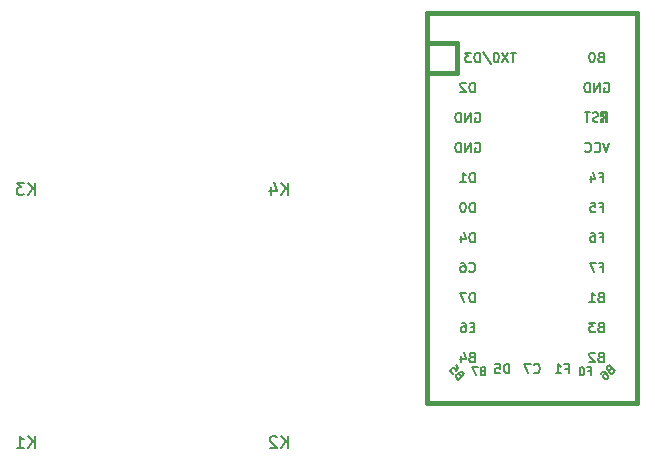
<source format=gbr>
%TF.GenerationSoftware,KiCad,Pcbnew,(5.1.9)-1*%
%TF.CreationDate,2021-02-14T16:54:30-05:00*%
%TF.ProjectId,keeb,6b656562-2e6b-4696-9361-645f70636258,rev?*%
%TF.SameCoordinates,Original*%
%TF.FileFunction,Legend,Bot*%
%TF.FilePolarity,Positive*%
%FSLAX46Y46*%
G04 Gerber Fmt 4.6, Leading zero omitted, Abs format (unit mm)*
G04 Created by KiCad (PCBNEW (5.1.9)-1) date 2021-02-14 16:54:30*
%MOMM*%
%LPD*%
G01*
G04 APERTURE LIST*
%ADD10C,0.381000*%
%ADD11C,0.150000*%
%ADD12C,0.200000*%
G04 APERTURE END LIST*
D10*
%TO.C,U1*%
X138906250Y-125412500D02*
X136366250Y-125412500D01*
X138906250Y-122872500D02*
X138906250Y-125412500D01*
D11*
G36*
X151300885Y-129161530D02*
G01*
X151300885Y-129261530D01*
X151400885Y-129261530D01*
X151400885Y-129161530D01*
X151300885Y-129161530D01*
G37*
X151300885Y-129161530D02*
X151300885Y-129261530D01*
X151400885Y-129261530D01*
X151400885Y-129161530D01*
X151300885Y-129161530D01*
G36*
X151500885Y-128761530D02*
G01*
X151500885Y-129561530D01*
X151600885Y-129561530D01*
X151600885Y-128761530D01*
X151500885Y-128761530D01*
G37*
X151500885Y-128761530D02*
X151500885Y-129561530D01*
X151600885Y-129561530D01*
X151600885Y-128761530D01*
X151500885Y-128761530D01*
G36*
X151100885Y-129361530D02*
G01*
X151100885Y-129561530D01*
X151200885Y-129561530D01*
X151200885Y-129361530D01*
X151100885Y-129361530D01*
G37*
X151100885Y-129361530D02*
X151100885Y-129561530D01*
X151200885Y-129561530D01*
X151200885Y-129361530D01*
X151100885Y-129361530D01*
G36*
X151100885Y-128761530D02*
G01*
X151100885Y-129061530D01*
X151200885Y-129061530D01*
X151200885Y-128761530D01*
X151100885Y-128761530D01*
G37*
X151100885Y-128761530D02*
X151100885Y-129061530D01*
X151200885Y-129061530D01*
X151200885Y-128761530D01*
X151100885Y-128761530D01*
G36*
X151100885Y-128761530D02*
G01*
X151100885Y-128861530D01*
X151600885Y-128861530D01*
X151600885Y-128761530D01*
X151100885Y-128761530D01*
G37*
X151100885Y-128761530D02*
X151100885Y-128861530D01*
X151600885Y-128861530D01*
X151600885Y-128761530D01*
X151100885Y-128761530D01*
D10*
X154146250Y-153352500D02*
X154146250Y-120332500D01*
X136366250Y-153352500D02*
X154146250Y-153352500D01*
X136366250Y-120332500D02*
X136366250Y-153352500D01*
X154146250Y-120332500D02*
X136366250Y-120332500D01*
X138906250Y-122872500D02*
X136366250Y-122872500D01*
%TO.C,K1*%
D12*
X103131845Y-157170380D02*
X103131845Y-156170380D01*
X102560416Y-157170380D02*
X102988988Y-156598952D01*
X102560416Y-156170380D02*
X103131845Y-156741809D01*
X101608035Y-157170380D02*
X102179464Y-157170380D01*
X101893750Y-157170380D02*
X101893750Y-156170380D01*
X101988988Y-156313238D01*
X102084226Y-156408476D01*
X102179464Y-156456095D01*
%TO.C,K2*%
X124563095Y-157170380D02*
X124563095Y-156170380D01*
X123991666Y-157170380D02*
X124420238Y-156598952D01*
X123991666Y-156170380D02*
X124563095Y-156741809D01*
X123610714Y-156265619D02*
X123563095Y-156218000D01*
X123467857Y-156170380D01*
X123229761Y-156170380D01*
X123134523Y-156218000D01*
X123086904Y-156265619D01*
X123039285Y-156360857D01*
X123039285Y-156456095D01*
X123086904Y-156598952D01*
X123658333Y-157170380D01*
X123039285Y-157170380D01*
%TO.C,K3*%
X103131845Y-135739130D02*
X103131845Y-134739130D01*
X102560416Y-135739130D02*
X102988988Y-135167702D01*
X102560416Y-134739130D02*
X103131845Y-135310559D01*
X102227083Y-134739130D02*
X101608035Y-134739130D01*
X101941369Y-135120083D01*
X101798511Y-135120083D01*
X101703273Y-135167702D01*
X101655654Y-135215321D01*
X101608035Y-135310559D01*
X101608035Y-135548654D01*
X101655654Y-135643892D01*
X101703273Y-135691511D01*
X101798511Y-135739130D01*
X102084226Y-135739130D01*
X102179464Y-135691511D01*
X102227083Y-135643892D01*
%TO.C,K4*%
X124563095Y-135739130D02*
X124563095Y-134739130D01*
X123991666Y-135739130D02*
X124420238Y-135167702D01*
X123991666Y-134739130D02*
X124563095Y-135310559D01*
X123134523Y-135072464D02*
X123134523Y-135739130D01*
X123372619Y-134691511D02*
X123610714Y-135405797D01*
X122991666Y-135405797D01*
%TO.C,U1*%
D11*
X140385726Y-127044404D02*
X140385726Y-126244404D01*
X140195250Y-126244404D01*
X140080964Y-126282500D01*
X140004773Y-126358690D01*
X139966678Y-126434880D01*
X139928583Y-126587261D01*
X139928583Y-126701547D01*
X139966678Y-126853928D01*
X140004773Y-126930119D01*
X140080964Y-127006309D01*
X140195250Y-127044404D01*
X140385726Y-127044404D01*
X139623821Y-126320595D02*
X139585726Y-126282500D01*
X139509535Y-126244404D01*
X139319059Y-126244404D01*
X139242869Y-126282500D01*
X139204773Y-126320595D01*
X139166678Y-126396785D01*
X139166678Y-126472976D01*
X139204773Y-126587261D01*
X139661916Y-127044404D01*
X139166678Y-127044404D01*
X140385726Y-137204404D02*
X140385726Y-136404404D01*
X140195250Y-136404404D01*
X140080964Y-136442500D01*
X140004773Y-136518690D01*
X139966678Y-136594880D01*
X139928583Y-136747261D01*
X139928583Y-136861547D01*
X139966678Y-137013928D01*
X140004773Y-137090119D01*
X140080964Y-137166309D01*
X140195250Y-137204404D01*
X140385726Y-137204404D01*
X139433345Y-136404404D02*
X139357154Y-136404404D01*
X139280964Y-136442500D01*
X139242869Y-136480595D01*
X139204773Y-136556785D01*
X139166678Y-136709166D01*
X139166678Y-136899642D01*
X139204773Y-137052023D01*
X139242869Y-137128214D01*
X139280964Y-137166309D01*
X139357154Y-137204404D01*
X139433345Y-137204404D01*
X139509535Y-137166309D01*
X139547630Y-137128214D01*
X139585726Y-137052023D01*
X139623821Y-136899642D01*
X139623821Y-136709166D01*
X139585726Y-136556785D01*
X139547630Y-136480595D01*
X139509535Y-136442500D01*
X139433345Y-136404404D01*
X140385726Y-134664404D02*
X140385726Y-133864404D01*
X140195250Y-133864404D01*
X140080964Y-133902500D01*
X140004773Y-133978690D01*
X139966678Y-134054880D01*
X139928583Y-134207261D01*
X139928583Y-134321547D01*
X139966678Y-134473928D01*
X140004773Y-134550119D01*
X140080964Y-134626309D01*
X140195250Y-134664404D01*
X140385726Y-134664404D01*
X139166678Y-134664404D02*
X139623821Y-134664404D01*
X139395250Y-134664404D02*
X139395250Y-133864404D01*
X139471440Y-133978690D01*
X139547630Y-134054880D01*
X139623821Y-134092976D01*
X140404773Y-131362500D02*
X140480964Y-131324404D01*
X140595250Y-131324404D01*
X140709535Y-131362500D01*
X140785726Y-131438690D01*
X140823821Y-131514880D01*
X140861916Y-131667261D01*
X140861916Y-131781547D01*
X140823821Y-131933928D01*
X140785726Y-132010119D01*
X140709535Y-132086309D01*
X140595250Y-132124404D01*
X140519059Y-132124404D01*
X140404773Y-132086309D01*
X140366678Y-132048214D01*
X140366678Y-131781547D01*
X140519059Y-131781547D01*
X140023821Y-132124404D02*
X140023821Y-131324404D01*
X139566678Y-132124404D01*
X139566678Y-131324404D01*
X139185726Y-132124404D02*
X139185726Y-131324404D01*
X138995250Y-131324404D01*
X138880964Y-131362500D01*
X138804773Y-131438690D01*
X138766678Y-131514880D01*
X138728583Y-131667261D01*
X138728583Y-131781547D01*
X138766678Y-131933928D01*
X138804773Y-132010119D01*
X138880964Y-132086309D01*
X138995250Y-132124404D01*
X139185726Y-132124404D01*
X140404773Y-128822500D02*
X140480964Y-128784404D01*
X140595250Y-128784404D01*
X140709535Y-128822500D01*
X140785726Y-128898690D01*
X140823821Y-128974880D01*
X140861916Y-129127261D01*
X140861916Y-129241547D01*
X140823821Y-129393928D01*
X140785726Y-129470119D01*
X140709535Y-129546309D01*
X140595250Y-129584404D01*
X140519059Y-129584404D01*
X140404773Y-129546309D01*
X140366678Y-129508214D01*
X140366678Y-129241547D01*
X140519059Y-129241547D01*
X140023821Y-129584404D02*
X140023821Y-128784404D01*
X139566678Y-129584404D01*
X139566678Y-128784404D01*
X139185726Y-129584404D02*
X139185726Y-128784404D01*
X138995250Y-128784404D01*
X138880964Y-128822500D01*
X138804773Y-128898690D01*
X138766678Y-128974880D01*
X138728583Y-129127261D01*
X138728583Y-129241547D01*
X138766678Y-129393928D01*
X138804773Y-129470119D01*
X138880964Y-129546309D01*
X138995250Y-129584404D01*
X139185726Y-129584404D01*
X140385726Y-139744404D02*
X140385726Y-138944404D01*
X140195250Y-138944404D01*
X140080964Y-138982500D01*
X140004773Y-139058690D01*
X139966678Y-139134880D01*
X139928583Y-139287261D01*
X139928583Y-139401547D01*
X139966678Y-139553928D01*
X140004773Y-139630119D01*
X140080964Y-139706309D01*
X140195250Y-139744404D01*
X140385726Y-139744404D01*
X139242869Y-139211071D02*
X139242869Y-139744404D01*
X139433345Y-138906309D02*
X139623821Y-139477738D01*
X139128583Y-139477738D01*
X139928583Y-142208214D02*
X139966678Y-142246309D01*
X140080964Y-142284404D01*
X140157154Y-142284404D01*
X140271440Y-142246309D01*
X140347630Y-142170119D01*
X140385726Y-142093928D01*
X140423821Y-141941547D01*
X140423821Y-141827261D01*
X140385726Y-141674880D01*
X140347630Y-141598690D01*
X140271440Y-141522500D01*
X140157154Y-141484404D01*
X140080964Y-141484404D01*
X139966678Y-141522500D01*
X139928583Y-141560595D01*
X139242869Y-141484404D02*
X139395250Y-141484404D01*
X139471440Y-141522500D01*
X139509535Y-141560595D01*
X139585726Y-141674880D01*
X139623821Y-141827261D01*
X139623821Y-142132023D01*
X139585726Y-142208214D01*
X139547630Y-142246309D01*
X139471440Y-142284404D01*
X139319059Y-142284404D01*
X139242869Y-142246309D01*
X139204773Y-142208214D01*
X139166678Y-142132023D01*
X139166678Y-141941547D01*
X139204773Y-141865357D01*
X139242869Y-141827261D01*
X139319059Y-141789166D01*
X139471440Y-141789166D01*
X139547630Y-141827261D01*
X139585726Y-141865357D01*
X139623821Y-141941547D01*
X140385726Y-144824404D02*
X140385726Y-144024404D01*
X140195250Y-144024404D01*
X140080964Y-144062500D01*
X140004773Y-144138690D01*
X139966678Y-144214880D01*
X139928583Y-144367261D01*
X139928583Y-144481547D01*
X139966678Y-144633928D01*
X140004773Y-144710119D01*
X140080964Y-144786309D01*
X140195250Y-144824404D01*
X140385726Y-144824404D01*
X139661916Y-144024404D02*
X139128583Y-144024404D01*
X139471440Y-144824404D01*
X140347630Y-146945357D02*
X140080964Y-146945357D01*
X139966678Y-147364404D02*
X140347630Y-147364404D01*
X140347630Y-146564404D01*
X139966678Y-146564404D01*
X139280964Y-146564404D02*
X139433345Y-146564404D01*
X139509535Y-146602500D01*
X139547630Y-146640595D01*
X139623821Y-146754880D01*
X139661916Y-146907261D01*
X139661916Y-147212023D01*
X139623821Y-147288214D01*
X139585726Y-147326309D01*
X139509535Y-147364404D01*
X139357154Y-147364404D01*
X139280964Y-147326309D01*
X139242869Y-147288214D01*
X139204773Y-147212023D01*
X139204773Y-147021547D01*
X139242869Y-146945357D01*
X139280964Y-146907261D01*
X139357154Y-146869166D01*
X139509535Y-146869166D01*
X139585726Y-146907261D01*
X139623821Y-146945357D01*
X139661916Y-147021547D01*
X140119059Y-149485357D02*
X140004773Y-149523452D01*
X139966678Y-149561547D01*
X139928583Y-149637738D01*
X139928583Y-149752023D01*
X139966678Y-149828214D01*
X140004773Y-149866309D01*
X140080964Y-149904404D01*
X140385726Y-149904404D01*
X140385726Y-149104404D01*
X140119059Y-149104404D01*
X140042869Y-149142500D01*
X140004773Y-149180595D01*
X139966678Y-149256785D01*
X139966678Y-149332976D01*
X140004773Y-149409166D01*
X140042869Y-149447261D01*
X140119059Y-149485357D01*
X140385726Y-149485357D01*
X139242869Y-149371071D02*
X139242869Y-149904404D01*
X139433345Y-149066309D02*
X139623821Y-149637738D01*
X139128583Y-149637738D01*
X139091952Y-150977491D02*
X138997671Y-150930351D01*
X138950530Y-150930351D01*
X138879820Y-150953921D01*
X138809109Y-151024632D01*
X138785539Y-151095342D01*
X138785539Y-151142483D01*
X138809109Y-151213193D01*
X138997671Y-151401755D01*
X139492646Y-150906780D01*
X139327654Y-150741789D01*
X139256943Y-150718219D01*
X139209803Y-150718219D01*
X139139092Y-150741789D01*
X139091952Y-150788929D01*
X139068382Y-150859640D01*
X139068382Y-150906780D01*
X139091952Y-150977491D01*
X139256943Y-151142483D01*
X138761969Y-150176103D02*
X138997671Y-150411806D01*
X138785539Y-150671078D01*
X138785539Y-150623938D01*
X138761969Y-150553227D01*
X138644117Y-150435376D01*
X138573407Y-150411806D01*
X138526266Y-150411806D01*
X138455556Y-150435376D01*
X138337705Y-150553227D01*
X138314134Y-150623938D01*
X138314134Y-150671078D01*
X138337705Y-150741789D01*
X138455556Y-150859640D01*
X138526266Y-150883210D01*
X138573407Y-150883210D01*
X151041059Y-146945357D02*
X150926773Y-146983452D01*
X150888678Y-147021547D01*
X150850583Y-147097738D01*
X150850583Y-147212023D01*
X150888678Y-147288214D01*
X150926773Y-147326309D01*
X151002964Y-147364404D01*
X151307726Y-147364404D01*
X151307726Y-146564404D01*
X151041059Y-146564404D01*
X150964869Y-146602500D01*
X150926773Y-146640595D01*
X150888678Y-146716785D01*
X150888678Y-146792976D01*
X150926773Y-146869166D01*
X150964869Y-146907261D01*
X151041059Y-146945357D01*
X151307726Y-146945357D01*
X150583916Y-146564404D02*
X150088678Y-146564404D01*
X150355345Y-146869166D01*
X150241059Y-146869166D01*
X150164869Y-146907261D01*
X150126773Y-146945357D01*
X150088678Y-147021547D01*
X150088678Y-147212023D01*
X150126773Y-147288214D01*
X150164869Y-147326309D01*
X150241059Y-147364404D01*
X150469630Y-147364404D01*
X150545821Y-147326309D01*
X150583916Y-147288214D01*
X151041059Y-144405357D02*
X150926773Y-144443452D01*
X150888678Y-144481547D01*
X150850583Y-144557738D01*
X150850583Y-144672023D01*
X150888678Y-144748214D01*
X150926773Y-144786309D01*
X151002964Y-144824404D01*
X151307726Y-144824404D01*
X151307726Y-144024404D01*
X151041059Y-144024404D01*
X150964869Y-144062500D01*
X150926773Y-144100595D01*
X150888678Y-144176785D01*
X150888678Y-144252976D01*
X150926773Y-144329166D01*
X150964869Y-144367261D01*
X151041059Y-144405357D01*
X151307726Y-144405357D01*
X150088678Y-144824404D02*
X150545821Y-144824404D01*
X150317250Y-144824404D02*
X150317250Y-144024404D01*
X150393440Y-144138690D01*
X150469630Y-144214880D01*
X150545821Y-144252976D01*
X150983916Y-134245357D02*
X151250583Y-134245357D01*
X151250583Y-134664404D02*
X151250583Y-133864404D01*
X150869630Y-133864404D01*
X150222011Y-134131071D02*
X150222011Y-134664404D01*
X150412488Y-133826309D02*
X150602964Y-134397738D01*
X150107726Y-134397738D01*
X151783916Y-131324404D02*
X151517250Y-132124404D01*
X151250583Y-131324404D01*
X150526773Y-132048214D02*
X150564869Y-132086309D01*
X150679154Y-132124404D01*
X150755345Y-132124404D01*
X150869630Y-132086309D01*
X150945821Y-132010119D01*
X150983916Y-131933928D01*
X151022011Y-131781547D01*
X151022011Y-131667261D01*
X150983916Y-131514880D01*
X150945821Y-131438690D01*
X150869630Y-131362500D01*
X150755345Y-131324404D01*
X150679154Y-131324404D01*
X150564869Y-131362500D01*
X150526773Y-131400595D01*
X149726773Y-132048214D02*
X149764869Y-132086309D01*
X149879154Y-132124404D01*
X149955345Y-132124404D01*
X150069630Y-132086309D01*
X150145821Y-132010119D01*
X150183916Y-131933928D01*
X150222011Y-131781547D01*
X150222011Y-131667261D01*
X150183916Y-131514880D01*
X150145821Y-131438690D01*
X150069630Y-131362500D01*
X149955345Y-131324404D01*
X149879154Y-131324404D01*
X149764869Y-131362500D01*
X149726773Y-131400595D01*
X151326773Y-126282500D02*
X151402964Y-126244404D01*
X151517250Y-126244404D01*
X151631535Y-126282500D01*
X151707726Y-126358690D01*
X151745821Y-126434880D01*
X151783916Y-126587261D01*
X151783916Y-126701547D01*
X151745821Y-126853928D01*
X151707726Y-126930119D01*
X151631535Y-127006309D01*
X151517250Y-127044404D01*
X151441059Y-127044404D01*
X151326773Y-127006309D01*
X151288678Y-126968214D01*
X151288678Y-126701547D01*
X151441059Y-126701547D01*
X150945821Y-127044404D02*
X150945821Y-126244404D01*
X150488678Y-127044404D01*
X150488678Y-126244404D01*
X150107726Y-127044404D02*
X150107726Y-126244404D01*
X149917250Y-126244404D01*
X149802964Y-126282500D01*
X149726773Y-126358690D01*
X149688678Y-126434880D01*
X149650583Y-126587261D01*
X149650583Y-126701547D01*
X149688678Y-126853928D01*
X149726773Y-126930119D01*
X149802964Y-127006309D01*
X149917250Y-127044404D01*
X150107726Y-127044404D01*
X151041059Y-124085357D02*
X150926773Y-124123452D01*
X150888678Y-124161547D01*
X150850583Y-124237738D01*
X150850583Y-124352023D01*
X150888678Y-124428214D01*
X150926773Y-124466309D01*
X151002964Y-124504404D01*
X151307726Y-124504404D01*
X151307726Y-123704404D01*
X151041059Y-123704404D01*
X150964869Y-123742500D01*
X150926773Y-123780595D01*
X150888678Y-123856785D01*
X150888678Y-123932976D01*
X150926773Y-124009166D01*
X150964869Y-124047261D01*
X151041059Y-124085357D01*
X151307726Y-124085357D01*
X150355345Y-123704404D02*
X150279154Y-123704404D01*
X150202964Y-123742500D01*
X150164869Y-123780595D01*
X150126773Y-123856785D01*
X150088678Y-124009166D01*
X150088678Y-124199642D01*
X150126773Y-124352023D01*
X150164869Y-124428214D01*
X150202964Y-124466309D01*
X150279154Y-124504404D01*
X150355345Y-124504404D01*
X150431535Y-124466309D01*
X150469630Y-124428214D01*
X150507726Y-124352023D01*
X150545821Y-124199642D01*
X150545821Y-124009166D01*
X150507726Y-123856785D01*
X150469630Y-123780595D01*
X150431535Y-123742500D01*
X150355345Y-123704404D01*
X150983916Y-136785357D02*
X151250583Y-136785357D01*
X151250583Y-137204404D02*
X151250583Y-136404404D01*
X150869630Y-136404404D01*
X150183916Y-136404404D02*
X150564869Y-136404404D01*
X150602964Y-136785357D01*
X150564869Y-136747261D01*
X150488678Y-136709166D01*
X150298202Y-136709166D01*
X150222011Y-136747261D01*
X150183916Y-136785357D01*
X150145821Y-136861547D01*
X150145821Y-137052023D01*
X150183916Y-137128214D01*
X150222011Y-137166309D01*
X150298202Y-137204404D01*
X150488678Y-137204404D01*
X150564869Y-137166309D01*
X150602964Y-137128214D01*
X150983916Y-139325357D02*
X151250583Y-139325357D01*
X151250583Y-139744404D02*
X151250583Y-138944404D01*
X150869630Y-138944404D01*
X150222011Y-138944404D02*
X150374392Y-138944404D01*
X150450583Y-138982500D01*
X150488678Y-139020595D01*
X150564869Y-139134880D01*
X150602964Y-139287261D01*
X150602964Y-139592023D01*
X150564869Y-139668214D01*
X150526773Y-139706309D01*
X150450583Y-139744404D01*
X150298202Y-139744404D01*
X150222011Y-139706309D01*
X150183916Y-139668214D01*
X150145821Y-139592023D01*
X150145821Y-139401547D01*
X150183916Y-139325357D01*
X150222011Y-139287261D01*
X150298202Y-139249166D01*
X150450583Y-139249166D01*
X150526773Y-139287261D01*
X150564869Y-139325357D01*
X150602964Y-139401547D01*
X150983916Y-141865357D02*
X151250583Y-141865357D01*
X151250583Y-142284404D02*
X151250583Y-141484404D01*
X150869630Y-141484404D01*
X150641059Y-141484404D02*
X150107726Y-141484404D01*
X150450583Y-142284404D01*
X151041059Y-149485357D02*
X150926773Y-149523452D01*
X150888678Y-149561547D01*
X150850583Y-149637738D01*
X150850583Y-149752023D01*
X150888678Y-149828214D01*
X150926773Y-149866309D01*
X151002964Y-149904404D01*
X151307726Y-149904404D01*
X151307726Y-149104404D01*
X151041059Y-149104404D01*
X150964869Y-149142500D01*
X150926773Y-149180595D01*
X150888678Y-149256785D01*
X150888678Y-149332976D01*
X150926773Y-149409166D01*
X150964869Y-149447261D01*
X151041059Y-149485357D01*
X151307726Y-149485357D01*
X150545821Y-149180595D02*
X150507726Y-149142500D01*
X150431535Y-149104404D01*
X150241059Y-149104404D01*
X150164869Y-149142500D01*
X150126773Y-149180595D01*
X150088678Y-149256785D01*
X150088678Y-149332976D01*
X150126773Y-149447261D01*
X150583916Y-149904404D01*
X150088678Y-149904404D01*
X143874854Y-123704404D02*
X143417711Y-123704404D01*
X143646282Y-124504404D02*
X143646282Y-123704404D01*
X143227235Y-123704404D02*
X142693901Y-124504404D01*
X142693901Y-123704404D02*
X143227235Y-124504404D01*
X142236758Y-123704404D02*
X142160568Y-123704404D01*
X142084378Y-123742500D01*
X142046282Y-123780595D01*
X142008187Y-123856785D01*
X141970092Y-124009166D01*
X141970092Y-124199642D01*
X142008187Y-124352023D01*
X142046282Y-124428214D01*
X142084378Y-124466309D01*
X142160568Y-124504404D01*
X142236758Y-124504404D01*
X142312949Y-124466309D01*
X142351044Y-124428214D01*
X142389139Y-124352023D01*
X142427235Y-124199642D01*
X142427235Y-124009166D01*
X142389139Y-123856785D01*
X142351044Y-123780595D01*
X142312949Y-123742500D01*
X142236758Y-123704404D01*
X141055806Y-123666309D02*
X141741520Y-124694880D01*
X140789139Y-124504404D02*
X140789139Y-123704404D01*
X140598663Y-123704404D01*
X140484378Y-123742500D01*
X140408187Y-123818690D01*
X140370092Y-123894880D01*
X140331997Y-124047261D01*
X140331997Y-124161547D01*
X140370092Y-124313928D01*
X140408187Y-124390119D01*
X140484378Y-124466309D01*
X140598663Y-124504404D01*
X140789139Y-124504404D01*
X140065330Y-123704404D02*
X139570092Y-123704404D01*
X139836758Y-124009166D01*
X139722473Y-124009166D01*
X139646282Y-124047261D01*
X139608187Y-124085357D01*
X139570092Y-124161547D01*
X139570092Y-124352023D01*
X139608187Y-124428214D01*
X139646282Y-124466309D01*
X139722473Y-124504404D01*
X139951044Y-124504404D01*
X140027235Y-124466309D01*
X140065330Y-124428214D01*
X150829583Y-129526309D02*
X150715297Y-129564404D01*
X150524821Y-129564404D01*
X150448630Y-129526309D01*
X150410535Y-129488214D01*
X150372440Y-129412023D01*
X150372440Y-129335833D01*
X150410535Y-129259642D01*
X150448630Y-129221547D01*
X150524821Y-129183452D01*
X150677202Y-129145357D01*
X150753392Y-129107261D01*
X150791488Y-129069166D01*
X150829583Y-128992976D01*
X150829583Y-128916785D01*
X150791488Y-128840595D01*
X150753392Y-128802500D01*
X150677202Y-128764404D01*
X150486726Y-128764404D01*
X150372440Y-128802500D01*
X150143869Y-128764404D02*
X149686726Y-128764404D01*
X149915297Y-129564404D02*
X149915297Y-128764404D01*
X141039583Y-150662500D02*
X140939583Y-150695833D01*
X140906250Y-150729166D01*
X140872916Y-150795833D01*
X140872916Y-150895833D01*
X140906250Y-150962500D01*
X140939583Y-150995833D01*
X141006250Y-151029166D01*
X141272916Y-151029166D01*
X141272916Y-150329166D01*
X141039583Y-150329166D01*
X140972916Y-150362500D01*
X140939583Y-150395833D01*
X140906250Y-150462500D01*
X140906250Y-150529166D01*
X140939583Y-150595833D01*
X140972916Y-150629166D01*
X141039583Y-150662500D01*
X141272916Y-150662500D01*
X140639583Y-150329166D02*
X140172916Y-150329166D01*
X140472916Y-151029166D01*
X149989583Y-150662500D02*
X150222916Y-150662500D01*
X150222916Y-151029166D02*
X150222916Y-150329166D01*
X149889583Y-150329166D01*
X149489583Y-150329166D02*
X149422916Y-150329166D01*
X149356250Y-150362500D01*
X149322916Y-150395833D01*
X149289583Y-150462500D01*
X149256250Y-150595833D01*
X149256250Y-150762500D01*
X149289583Y-150895833D01*
X149322916Y-150962500D01*
X149356250Y-150995833D01*
X149422916Y-151029166D01*
X149489583Y-151029166D01*
X149556250Y-150995833D01*
X149589583Y-150962500D01*
X149622916Y-150895833D01*
X149656250Y-150762500D01*
X149656250Y-150595833D01*
X149622916Y-150462500D01*
X149589583Y-150395833D01*
X149556250Y-150362500D01*
X149489583Y-150329166D01*
X151821241Y-150576797D02*
X151774101Y-150671078D01*
X151774101Y-150718219D01*
X151797671Y-150788929D01*
X151868382Y-150859640D01*
X151939092Y-150883210D01*
X151986233Y-150883210D01*
X152056943Y-150859640D01*
X152245505Y-150671078D01*
X151750530Y-150176103D01*
X151585539Y-150341095D01*
X151561969Y-150411806D01*
X151561969Y-150458946D01*
X151585539Y-150529657D01*
X151632679Y-150576797D01*
X151703390Y-150600367D01*
X151750530Y-150600367D01*
X151821241Y-150576797D01*
X151986233Y-150411806D01*
X151043424Y-150883210D02*
X151137705Y-150788929D01*
X151208415Y-150765359D01*
X151255556Y-150765359D01*
X151373407Y-150788929D01*
X151491258Y-150859640D01*
X151679820Y-151048202D01*
X151703390Y-151118912D01*
X151703390Y-151166053D01*
X151679820Y-151236764D01*
X151585539Y-151331044D01*
X151514828Y-151354615D01*
X151467688Y-151354615D01*
X151396977Y-151331044D01*
X151279126Y-151213193D01*
X151255556Y-151142483D01*
X151255556Y-151095342D01*
X151279126Y-151024632D01*
X151373407Y-150930351D01*
X151444117Y-150906780D01*
X151491258Y-150906780D01*
X151561969Y-150930351D01*
X145389583Y-150798214D02*
X145427678Y-150836309D01*
X145541964Y-150874404D01*
X145618154Y-150874404D01*
X145732440Y-150836309D01*
X145808630Y-150760119D01*
X145846726Y-150683928D01*
X145884821Y-150531547D01*
X145884821Y-150417261D01*
X145846726Y-150264880D01*
X145808630Y-150188690D01*
X145732440Y-150112500D01*
X145618154Y-150074404D01*
X145541964Y-150074404D01*
X145427678Y-150112500D01*
X145389583Y-150150595D01*
X145122916Y-150074404D02*
X144589583Y-150074404D01*
X144932440Y-150874404D01*
X148062916Y-150455357D02*
X148329583Y-150455357D01*
X148329583Y-150874404D02*
X148329583Y-150074404D01*
X147948630Y-150074404D01*
X147224821Y-150874404D02*
X147681964Y-150874404D01*
X147453392Y-150874404D02*
X147453392Y-150074404D01*
X147529583Y-150188690D01*
X147605773Y-150264880D01*
X147681964Y-150302976D01*
X143306726Y-150874404D02*
X143306726Y-150074404D01*
X143116250Y-150074404D01*
X143001964Y-150112500D01*
X142925773Y-150188690D01*
X142887678Y-150264880D01*
X142849583Y-150417261D01*
X142849583Y-150531547D01*
X142887678Y-150683928D01*
X142925773Y-150760119D01*
X143001964Y-150836309D01*
X143116250Y-150874404D01*
X143306726Y-150874404D01*
X142125773Y-150074404D02*
X142506726Y-150074404D01*
X142544821Y-150455357D01*
X142506726Y-150417261D01*
X142430535Y-150379166D01*
X142240059Y-150379166D01*
X142163869Y-150417261D01*
X142125773Y-150455357D01*
X142087678Y-150531547D01*
X142087678Y-150722023D01*
X142125773Y-150798214D01*
X142163869Y-150836309D01*
X142240059Y-150874404D01*
X142430535Y-150874404D01*
X142506726Y-150836309D01*
X142544821Y-150798214D01*
%TD*%
M02*

</source>
